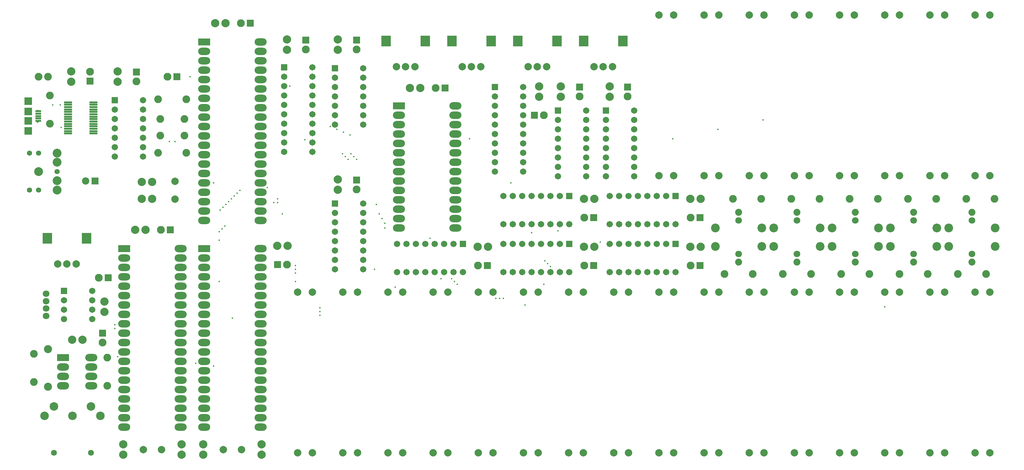
<source format=gts>
G04 Layer_Color=8388736*
%FSAX24Y24*%
%MOIN*%
G70*
G01*
G75*
%ADD16C,0.0787*%
%ADD17R,0.1024X0.1181*%
%ADD19C,0.0860*%
%ADD29C,0.0740*%
%ADD32C,0.0780*%
%ADD49O,0.0907X0.0218*%
%ADD50R,0.0640X0.0220*%
%ADD51R,0.0830X0.0790*%
%ADD52R,0.0830X0.0830*%
%ADD53C,0.0552*%
%ADD54C,0.0940*%
%ADD55R,0.0780X0.0780*%
%ADD56C,0.0830*%
%ADD57R,0.0780X0.0780*%
%ADD58C,0.0671*%
%ADD59R,0.0671X0.0671*%
%ADD60C,0.0880*%
%ADD61R,0.1280X0.0780*%
%ADD62O,0.1280X0.0780*%
%ADD63C,0.0820*%
%ADD64R,0.0671X0.0671*%
%ADD65C,0.0710*%
%ADD66C,0.0631*%
%ADD67C,0.0907*%
%ADD68C,0.0930*%
%ADD69C,0.0710*%
%ADD70C,0.0170*%
%ADD71C,0.0230*%
G36*
X228604Y112096D02*
X228662Y112039D01*
X228694Y111965D01*
X228695Y111924D01*
X228696Y111882D01*
X228665Y111804D01*
X228607Y111743D01*
X228530Y111710D01*
X228488Y111709D01*
X228448Y111708D01*
X228372Y111737D01*
X228314Y111793D01*
X228281Y111868D01*
X228280Y111908D01*
X228279Y111950D01*
X228310Y112029D01*
X228368Y112090D01*
X228446Y112124D01*
X228488Y112125D01*
X228529Y112126D01*
X228604Y112096D01*
D02*
G37*
G36*
X222404D02*
X222462Y112039D01*
X222494Y111965D01*
X222495Y111924D01*
X222496Y111882D01*
X222465Y111804D01*
X222407Y111743D01*
X222330Y111710D01*
X222288Y111709D01*
X222248Y111708D01*
X222172Y111737D01*
X222114Y111793D01*
X222081Y111868D01*
X222080Y111908D01*
X222079Y111950D01*
X222110Y112029D01*
X222168Y112090D01*
X222246Y112124D01*
X222288Y112125D01*
X222329Y112126D01*
X222404Y112096D01*
D02*
G37*
G36*
X157132Y112177D02*
X157197Y112149D01*
X157246Y112099D01*
X157272Y112033D01*
X157271Y111998D01*
X157271Y111964D01*
X157244Y111901D01*
X157195Y111852D01*
X157131Y111827D01*
X157097Y111827D01*
X157063Y111826D01*
X157000Y111851D01*
X156950Y111898D01*
X156923Y111960D01*
X156922Y111994D01*
X156922Y111994D01*
X156921Y112030D01*
X156947Y112096D01*
X156996Y112148D01*
X157061Y112177D01*
X157097Y112178D01*
X157132Y112177D01*
D02*
G37*
G36*
X178498Y112049D02*
X178548Y112002D01*
X178575Y111940D01*
X178576Y111906D01*
X178577Y111870D01*
X178551Y111804D01*
X178502Y111752D01*
X178437Y111723D01*
X178401Y111722D01*
X178366Y111723D01*
X178301Y111751D01*
X178252Y111801D01*
X178226Y111867D01*
X178227Y111902D01*
X178227Y111936D01*
X178254Y111999D01*
X178303Y112048D01*
X178367Y112073D01*
X178401Y112073D01*
X178435Y112074D01*
X178498Y112049D01*
D02*
G37*
G36*
X158234Y112177D02*
X158299Y112149D01*
X158348Y112099D01*
X158374Y112033D01*
X158373Y111998D01*
X158373Y111964D01*
X158346Y111901D01*
X158297Y111852D01*
X158233Y111827D01*
X158199Y111827D01*
X158165Y111826D01*
X158102Y111851D01*
X158052Y111898D01*
X158025Y111960D01*
X158024Y111994D01*
X158024Y111994D01*
X158023Y112030D01*
X158049Y112096D01*
X158098Y112148D01*
X158163Y112177D01*
X158199Y112178D01*
X158234Y112177D01*
D02*
G37*
G36*
X233529Y112094D02*
X233587Y112037D01*
X233619Y111963D01*
X233620Y111922D01*
X233621Y111880D01*
X233590Y111802D01*
X233532Y111741D01*
X233455Y111708D01*
X233413Y111707D01*
X233373Y111706D01*
X233297Y111735D01*
X233239Y111791D01*
X233206Y111866D01*
X233205Y111906D01*
X233204Y111948D01*
X233235Y112027D01*
X233293Y112088D01*
X233371Y112122D01*
X233413Y112123D01*
X233454Y112124D01*
X233529Y112094D01*
D02*
G37*
G36*
X227329D02*
X227387Y112037D01*
X227419Y111963D01*
X227420Y111922D01*
X227421Y111880D01*
X227390Y111802D01*
X227332Y111741D01*
X227255Y111708D01*
X227213Y111707D01*
X227173Y111706D01*
X227097Y111735D01*
X227039Y111791D01*
X227006Y111866D01*
X227005Y111906D01*
X227004Y111948D01*
X227035Y112027D01*
X227093Y112088D01*
X227171Y112122D01*
X227213Y112123D01*
X227254Y112124D01*
X227329Y112094D01*
D02*
G37*
G36*
X203804Y112096D02*
X203862Y112039D01*
X203894Y111965D01*
X203895Y111924D01*
X203896Y111882D01*
X203865Y111804D01*
X203807Y111743D01*
X203730Y111710D01*
X203688Y111709D01*
X203648Y111708D01*
X203572Y111737D01*
X203514Y111793D01*
X203481Y111868D01*
X203480Y111908D01*
X203479Y111950D01*
X203510Y112029D01*
X203568Y112090D01*
X203646Y112124D01*
X203688Y112125D01*
X203729Y112126D01*
X203804Y112096D01*
D02*
G37*
G36*
X216204D02*
X216262Y112039D01*
X216294Y111965D01*
X216295Y111924D01*
X216296Y111882D01*
X216265Y111804D01*
X216207Y111743D01*
X216130Y111710D01*
X216088Y111709D01*
X216048Y111708D01*
X215972Y111737D01*
X215914Y111793D01*
X215881Y111868D01*
X215880Y111908D01*
X215879Y111950D01*
X215910Y112029D01*
X215968Y112090D01*
X216046Y112124D01*
X216088Y112125D01*
X216129Y112126D01*
X216204Y112096D01*
D02*
G37*
G36*
X210004D02*
X210062Y112039D01*
X210094Y111965D01*
X210095Y111924D01*
X210096Y111882D01*
X210065Y111804D01*
X210007Y111743D01*
X209930Y111710D01*
X209888Y111709D01*
X209848Y111708D01*
X209772Y111737D01*
X209714Y111793D01*
X209681Y111868D01*
X209680Y111908D01*
X209679Y111950D01*
X209710Y112029D01*
X209768Y112090D01*
X209846Y112124D01*
X209888Y112125D01*
X209929Y112126D01*
X210004Y112096D01*
D02*
G37*
G36*
X210005Y114061D02*
X210063Y114004D01*
X210095Y113930D01*
X210096Y113889D01*
X210097Y113847D01*
X210066Y113769D01*
X210008Y113708D01*
X209931Y113675D01*
X209889Y113674D01*
X209849Y113673D01*
X209773Y113702D01*
X209715Y113758D01*
X209682Y113833D01*
X209681Y113873D01*
X209680Y113915D01*
X209711Y113994D01*
X209769Y114055D01*
X209847Y114089D01*
X209889Y114090D01*
X209930Y114091D01*
X210005Y114061D01*
D02*
G37*
G36*
X203805D02*
X203863Y114004D01*
X203895Y113930D01*
X203896Y113889D01*
X203897Y113847D01*
X203866Y113769D01*
X203808Y113708D01*
X203731Y113675D01*
X203689Y113674D01*
X203649Y113673D01*
X203573Y113702D01*
X203515Y113758D01*
X203482Y113833D01*
X203481Y113873D01*
X203480Y113915D01*
X203511Y113994D01*
X203569Y114055D01*
X203647Y114089D01*
X203689Y114090D01*
X203730Y114091D01*
X203805Y114061D01*
D02*
G37*
G36*
X216205D02*
X216263Y114004D01*
X216295Y113930D01*
X216296Y113889D01*
X216297Y113847D01*
X216266Y113769D01*
X216208Y113708D01*
X216131Y113675D01*
X216089Y113674D01*
X216049Y113673D01*
X215973Y113702D01*
X215915Y113758D01*
X215882Y113833D01*
X215881Y113873D01*
X215880Y113915D01*
X215911Y113994D01*
X215969Y114055D01*
X216047Y114089D01*
X216089Y114090D01*
X216130Y114091D01*
X216205Y114061D01*
D02*
G37*
G36*
X228605D02*
X228663Y114004D01*
X228695Y113930D01*
X228696Y113889D01*
X228697Y113847D01*
X228666Y113769D01*
X228608Y113708D01*
X228531Y113675D01*
X228489Y113674D01*
X228449Y113673D01*
X228373Y113702D01*
X228315Y113758D01*
X228282Y113833D01*
X228281Y113873D01*
X228280Y113915D01*
X228311Y113994D01*
X228369Y114055D01*
X228447Y114089D01*
X228489Y114090D01*
X228530Y114091D01*
X228605Y114061D01*
D02*
G37*
G36*
X222405D02*
X222463Y114004D01*
X222495Y113930D01*
X222496Y113889D01*
X222497Y113847D01*
X222466Y113769D01*
X222408Y113708D01*
X222331Y113675D01*
X222289Y113674D01*
X222249Y113673D01*
X222173Y113702D01*
X222115Y113758D01*
X222082Y113833D01*
X222081Y113873D01*
X222080Y113915D01*
X222111Y113994D01*
X222169Y114055D01*
X222247Y114089D01*
X222289Y114090D01*
X222330Y114091D01*
X222405Y114061D01*
D02*
G37*
G36*
X189798Y112049D02*
X189848Y112002D01*
X189875Y111940D01*
X189876Y111906D01*
X189877Y111870D01*
X189851Y111804D01*
X189802Y111752D01*
X189737Y111723D01*
X189701Y111722D01*
X189666Y111723D01*
X189601Y111751D01*
X189552Y111801D01*
X189526Y111867D01*
X189527Y111902D01*
X189527Y111936D01*
X189554Y111999D01*
X189603Y112048D01*
X189667Y112073D01*
X189701Y112073D01*
X189735Y112074D01*
X189798Y112049D01*
D02*
G37*
G36*
X179600D02*
X179650Y112002D01*
X179677Y111940D01*
X179678Y111906D01*
X179679Y111870D01*
X179653Y111804D01*
X179604Y111752D01*
X179539Y111723D01*
X179503Y111722D01*
X179468Y111723D01*
X179403Y111751D01*
X179354Y111801D01*
X179328Y111867D01*
X179329Y111902D01*
X179329Y111936D01*
X179356Y111999D01*
X179405Y112048D01*
X179469Y112073D01*
X179503Y112073D01*
X179537Y112074D01*
X179600Y112049D01*
D02*
G37*
G36*
X190900D02*
X190950Y112002D01*
X190977Y111940D01*
X190978Y111906D01*
X190979Y111870D01*
X190953Y111804D01*
X190904Y111752D01*
X190839Y111723D01*
X190803Y111722D01*
X190768Y111723D01*
X190703Y111751D01*
X190654Y111801D01*
X190628Y111867D01*
X190629Y111902D01*
X190629Y111936D01*
X190656Y111999D01*
X190705Y112048D01*
X190769Y112073D01*
X190803Y112073D01*
X190837Y112074D01*
X190900Y112049D01*
D02*
G37*
G36*
X202200D02*
X202250Y112002D01*
X202277Y111940D01*
X202278Y111906D01*
X202279Y111870D01*
X202253Y111804D01*
X202204Y111752D01*
X202139Y111723D01*
X202103Y111722D01*
X202068Y111723D01*
X202003Y111751D01*
X201954Y111801D01*
X201928Y111867D01*
X201929Y111902D01*
X201929Y111936D01*
X201956Y111999D01*
X202005Y112048D01*
X202069Y112073D01*
X202103Y112073D01*
X202137Y112074D01*
X202200Y112049D01*
D02*
G37*
G36*
X201098D02*
X201148Y112002D01*
X201175Y111940D01*
X201176Y111906D01*
X201177Y111870D01*
X201151Y111804D01*
X201102Y111752D01*
X201037Y111723D01*
X201001Y111722D01*
X200966Y111723D01*
X200901Y111751D01*
X200852Y111801D01*
X200826Y111867D01*
X200827Y111902D01*
X200827Y111936D01*
X200854Y111999D01*
X200903Y112048D01*
X200967Y112073D01*
X201001Y112073D01*
X201035Y112074D01*
X201098Y112049D01*
D02*
G37*
G36*
X149252Y091023D02*
X149252D01*
X149286Y091023D01*
X149349Y090996D01*
X149398Y090947D01*
X149423Y090883D01*
X149423Y090849D01*
X149424Y090815D01*
X149399Y090752D01*
X149352Y090702D01*
X149290Y090675D01*
X149256Y090674D01*
X149220Y090673D01*
X149154Y090699D01*
X149102Y090748D01*
X149073Y090813D01*
X149072Y090849D01*
X149073Y090884D01*
X149101Y090949D01*
X149151Y090998D01*
X149217Y091024D01*
X149252Y091023D01*
D02*
G37*
G36*
X146952D02*
X146952D01*
X146986Y091023D01*
X147049Y090996D01*
X147098Y090947D01*
X147123Y090883D01*
X147123Y090849D01*
X147124Y090815D01*
X147099Y090752D01*
X147052Y090702D01*
X146990Y090675D01*
X146956Y090674D01*
X146920Y090673D01*
X146854Y090699D01*
X146802Y090748D01*
X146773Y090813D01*
X146772Y090849D01*
X146773Y090884D01*
X146801Y090949D01*
X146851Y090998D01*
X146917Y091024D01*
X146952Y091023D01*
D02*
G37*
G36*
X155452D02*
X155452D01*
X155486Y091023D01*
X155549Y090996D01*
X155598Y090947D01*
X155623Y090883D01*
X155623Y090849D01*
X155624Y090815D01*
X155599Y090752D01*
X155552Y090702D01*
X155490Y090675D01*
X155456Y090674D01*
X155420Y090673D01*
X155354Y090699D01*
X155302Y090748D01*
X155273Y090813D01*
X155272Y090849D01*
X155273Y090884D01*
X155301Y090949D01*
X155351Y090998D01*
X155417Y091024D01*
X155452Y091023D01*
D02*
G37*
G36*
X136500Y102149D02*
X136550Y102102D01*
X136577Y102040D01*
X136578Y102006D01*
X136579Y101970D01*
X136553Y101904D01*
X136504Y101852D01*
X136439Y101823D01*
X136403Y101822D01*
X136368Y101823D01*
X136303Y101851D01*
X136254Y101901D01*
X136228Y101967D01*
X136229Y102002D01*
X136229Y102036D01*
X136256Y102099D01*
X136305Y102148D01*
X136369Y102173D01*
X136403Y102173D01*
X136437Y102174D01*
X136500Y102149D01*
D02*
G37*
G36*
X135398D02*
X135448Y102102D01*
X135475Y102040D01*
X135476Y102006D01*
X135477Y101970D01*
X135451Y101904D01*
X135402Y101852D01*
X135337Y101823D01*
X135301Y101822D01*
X135266Y101823D01*
X135201Y101851D01*
X135152Y101901D01*
X135126Y101967D01*
X135127Y102002D01*
X135127Y102036D01*
X135154Y102099D01*
X135203Y102148D01*
X135267Y102173D01*
X135301Y102173D01*
X135335Y102174D01*
X135398Y102149D01*
D02*
G37*
G36*
X146952Y089921D02*
X146952D01*
X146986Y089921D01*
X147049Y089894D01*
X147098Y089845D01*
X147123Y089781D01*
X147123Y089747D01*
X147124Y089713D01*
X147099Y089650D01*
X147052Y089600D01*
X146990Y089573D01*
X146956Y089572D01*
X146920Y089571D01*
X146854Y089597D01*
X146802Y089646D01*
X146773Y089711D01*
X146772Y089747D01*
X146773Y089782D01*
X146801Y089847D01*
X146851Y089896D01*
X146917Y089922D01*
X146952Y089921D01*
D02*
G37*
G36*
X140752D02*
X140752D01*
X140786Y089921D01*
X140849Y089894D01*
X140898Y089845D01*
X140923Y089781D01*
X140923Y089747D01*
X140924Y089713D01*
X140899Y089650D01*
X140852Y089600D01*
X140790Y089573D01*
X140756Y089572D01*
X140720Y089571D01*
X140654Y089597D01*
X140602Y089646D01*
X140573Y089711D01*
X140572Y089747D01*
X140573Y089782D01*
X140601Y089847D01*
X140651Y089896D01*
X140717Y089922D01*
X140752Y089921D01*
D02*
G37*
G36*
X149252D02*
X149252D01*
X149286Y089921D01*
X149349Y089894D01*
X149398Y089845D01*
X149423Y089781D01*
X149423Y089747D01*
X149424Y089713D01*
X149399Y089650D01*
X149352Y089600D01*
X149290Y089573D01*
X149256Y089572D01*
X149220Y089571D01*
X149154Y089597D01*
X149102Y089646D01*
X149073Y089711D01*
X149072Y089747D01*
X149073Y089782D01*
X149101Y089847D01*
X149151Y089896D01*
X149217Y089922D01*
X149252Y089921D01*
D02*
G37*
G36*
X140752Y091023D02*
X140752D01*
X140786Y091023D01*
X140849Y090996D01*
X140898Y090947D01*
X140923Y090883D01*
X140923Y090849D01*
X140924Y090815D01*
X140899Y090752D01*
X140852Y090702D01*
X140790Y090675D01*
X140756Y090674D01*
X140720Y090673D01*
X140654Y090699D01*
X140602Y090748D01*
X140573Y090813D01*
X140572Y090849D01*
X140573Y090884D01*
X140601Y090949D01*
X140651Y090998D01*
X140717Y091024D01*
X140752Y091023D01*
D02*
G37*
G36*
X155452Y089921D02*
X155452D01*
X155486Y089921D01*
X155549Y089894D01*
X155598Y089845D01*
X155623Y089781D01*
X155623Y089747D01*
X155624Y089713D01*
X155599Y089650D01*
X155552Y089600D01*
X155490Y089573D01*
X155456Y089572D01*
X155420Y089571D01*
X155354Y089597D01*
X155302Y089646D01*
X155273Y089711D01*
X155272Y089747D01*
X155273Y089782D01*
X155301Y089847D01*
X155351Y089896D01*
X155417Y089922D01*
X155452Y089921D01*
D02*
G37*
G36*
X231024Y110353D02*
X231060Y110317D01*
X231080Y110269D01*
Y110243D01*
Y110217D01*
X231060Y110169D01*
X231024Y110133D01*
X230976Y110113D01*
X230950D01*
Y110113D01*
X230925Y110112D01*
X230878Y110129D01*
X230842Y110163D01*
X230821Y110208D01*
X230820Y110233D01*
X230819Y110260D01*
X230838Y110310D01*
X230874Y110350D01*
X230923Y110372D01*
X230950Y110373D01*
X230976D01*
X231024Y110353D01*
D02*
G37*
G36*
X224824D02*
X224860Y110317D01*
X224880Y110269D01*
Y110243D01*
Y110217D01*
X224860Y110169D01*
X224824Y110133D01*
X224776Y110113D01*
X224750D01*
Y110113D01*
X224725Y110112D01*
X224678Y110129D01*
X224642Y110163D01*
X224621Y110208D01*
X224620Y110233D01*
X224619Y110260D01*
X224638Y110310D01*
X224674Y110350D01*
X224723Y110372D01*
X224750Y110373D01*
X224776D01*
X224824Y110353D01*
D02*
G37*
G36*
X208729Y112094D02*
X208787Y112037D01*
X208819Y111963D01*
X208820Y111922D01*
X208821Y111880D01*
X208790Y111802D01*
X208732Y111741D01*
X208655Y111708D01*
X208613Y111707D01*
X208573Y111706D01*
X208497Y111735D01*
X208439Y111791D01*
X208406Y111866D01*
X208405Y111906D01*
X208404Y111948D01*
X208435Y112027D01*
X208493Y112088D01*
X208571Y112122D01*
X208613Y112123D01*
X208654Y112124D01*
X208729Y112094D01*
D02*
G37*
G36*
X221129D02*
X221187Y112037D01*
X221219Y111963D01*
X221220Y111922D01*
X221221Y111880D01*
X221190Y111802D01*
X221132Y111741D01*
X221055Y111708D01*
X221013Y111707D01*
X220973Y111706D01*
X220897Y111735D01*
X220839Y111791D01*
X220806Y111866D01*
X220805Y111906D01*
X220804Y111948D01*
X220835Y112027D01*
X220893Y112088D01*
X220971Y112122D01*
X221013Y112123D01*
X221054Y112124D01*
X221129Y112094D01*
D02*
G37*
G36*
X214929D02*
X214987Y112037D01*
X215019Y111963D01*
X215020Y111922D01*
X215021Y111880D01*
X214990Y111802D01*
X214932Y111741D01*
X214855Y111708D01*
X214813Y111707D01*
X214773Y111706D01*
X214697Y111735D01*
X214639Y111791D01*
X214606Y111866D01*
X214605Y111906D01*
X214604Y111948D01*
X214635Y112027D01*
X214693Y112088D01*
X214771Y112122D01*
X214813Y112123D01*
X214854Y112124D01*
X214929Y112094D01*
D02*
G37*
G36*
X138846Y106203D02*
X138898Y106154D01*
X138927Y106089D01*
X138928Y106053D01*
X138927Y106018D01*
X138899Y105953D01*
X138849Y105904D01*
X138783Y105878D01*
X138748Y105879D01*
X138714Y105879D01*
X138651Y105906D01*
X138602Y105955D01*
X138577Y106019D01*
X138577Y106053D01*
X138576Y106087D01*
X138601Y106150D01*
X138648Y106200D01*
X138710Y106227D01*
X138744Y106228D01*
X138780Y106229D01*
X138846Y106203D01*
D02*
G37*
G36*
Y105101D02*
X138898Y105052D01*
X138927Y104987D01*
X138928Y104951D01*
X138927Y104916D01*
X138899Y104851D01*
X138849Y104802D01*
X138783Y104776D01*
X138748Y104777D01*
X138714Y104777D01*
X138651Y104804D01*
X138602Y104853D01*
X138577Y104917D01*
X138577Y104951D01*
X138576Y104985D01*
X138601Y105048D01*
X138648Y105098D01*
X138710Y105125D01*
X138744Y105126D01*
X138780Y105127D01*
X138846Y105101D01*
D02*
G37*
G36*
X206224Y110353D02*
X206260Y110317D01*
X206280Y110269D01*
Y110243D01*
Y110217D01*
X206260Y110169D01*
X206224Y110133D01*
X206176Y110113D01*
X206150D01*
Y110113D01*
X206125Y110112D01*
X206078Y110129D01*
X206042Y110163D01*
X206021Y110208D01*
X206020Y110233D01*
X206019Y110260D01*
X206038Y110310D01*
X206074Y110350D01*
X206123Y110372D01*
X206150Y110373D01*
X206176D01*
X206224Y110353D01*
D02*
G37*
G36*
X218624D02*
X218660Y110317D01*
X218680Y110269D01*
Y110243D01*
Y110217D01*
X218660Y110169D01*
X218624Y110133D01*
X218576Y110113D01*
X218550D01*
Y110113D01*
X218525Y110112D01*
X218478Y110129D01*
X218442Y110163D01*
X218421Y110208D01*
X218420Y110233D01*
X218419Y110260D01*
X218438Y110310D01*
X218474Y110350D01*
X218523Y110372D01*
X218550Y110373D01*
X218576D01*
X218624Y110353D01*
D02*
G37*
G36*
X212424D02*
X212460Y110317D01*
X212480Y110269D01*
Y110243D01*
Y110217D01*
X212460Y110169D01*
X212424Y110133D01*
X212376Y110113D01*
X212350D01*
Y110113D01*
X212325Y110112D01*
X212278Y110129D01*
X212242Y110163D01*
X212221Y110208D01*
X212220Y110233D01*
X212219Y110260D01*
X212238Y110310D01*
X212274Y110350D01*
X212323Y110372D01*
X212350Y110373D01*
X212376D01*
X212424Y110353D01*
D02*
G37*
G36*
X187346Y129103D02*
X187398Y129054D01*
X187427Y128989D01*
X187428Y128953D01*
X187427Y128918D01*
X187399Y128853D01*
X187349Y128804D01*
X187283Y128778D01*
X187248Y128779D01*
X187214Y128779D01*
X187151Y128806D01*
X187102Y128855D01*
X187077Y128919D01*
X187077Y128953D01*
X187076Y128987D01*
X187101Y129050D01*
X187148Y129100D01*
X187210Y129127D01*
X187244Y129128D01*
X187280Y129129D01*
X187346Y129103D01*
D02*
G37*
G36*
X185046D02*
X185098Y129054D01*
X185127Y128989D01*
X185128Y128953D01*
X185127Y128918D01*
X185099Y128853D01*
X185049Y128804D01*
X184983Y128778D01*
X184948Y128779D01*
X184914Y128779D01*
X184851Y128806D01*
X184802Y128855D01*
X184777Y128919D01*
X184777Y128953D01*
X184776Y128987D01*
X184801Y129050D01*
X184848Y129100D01*
X184910Y129127D01*
X184944Y129128D01*
X184980Y129129D01*
X185046Y129103D01*
D02*
G37*
G36*
X192546D02*
X192598Y129054D01*
X192627Y128989D01*
X192628Y128953D01*
X192627Y128918D01*
X192599Y128853D01*
X192549Y128804D01*
X192483Y128778D01*
X192448Y128779D01*
X192414Y128779D01*
X192351Y128806D01*
X192302Y128855D01*
X192277Y128919D01*
X192277Y128953D01*
X192276Y128987D01*
X192301Y129050D01*
X192348Y129100D01*
X192410Y129127D01*
X192444Y129128D01*
X192480Y129129D01*
X192546Y129103D01*
D02*
G37*
G36*
X172400Y128949D02*
X172450Y128902D01*
X172477Y128840D01*
X172478Y128806D01*
X172479Y128770D01*
X172453Y128704D01*
X172404Y128652D01*
X172339Y128623D01*
X172303Y128622D01*
X172268Y128623D01*
X172203Y128651D01*
X172154Y128701D01*
X172128Y128767D01*
X172129Y128802D01*
X172129Y128836D01*
X172156Y128899D01*
X172205Y128948D01*
X172269Y128973D01*
X172303Y128973D01*
X172337Y128974D01*
X172400Y128949D01*
D02*
G37*
G36*
X171298D02*
X171348Y128902D01*
X171375Y128840D01*
X171376Y128806D01*
X171377Y128770D01*
X171351Y128704D01*
X171302Y128652D01*
X171237Y128623D01*
X171201Y128622D01*
X171166Y128623D01*
X171101Y128651D01*
X171052Y128701D01*
X171026Y128767D01*
X171027Y128802D01*
X171027Y128836D01*
X171054Y128899D01*
X171103Y128948D01*
X171167Y128973D01*
X171201Y128973D01*
X171235Y128974D01*
X171298Y128949D01*
D02*
G37*
G36*
X143900Y118949D02*
X143950Y118902D01*
X143977Y118840D01*
X143978Y118806D01*
X143979Y118770D01*
X143953Y118704D01*
X143904Y118652D01*
X143839Y118623D01*
X143803Y118622D01*
X143768Y118623D01*
X143703Y118651D01*
X143654Y118701D01*
X143628Y118767D01*
X143629Y118802D01*
X143629Y118836D01*
X143656Y118899D01*
X143705Y118948D01*
X143769Y118973D01*
X143803Y118973D01*
X143837Y118974D01*
X143900Y118949D01*
D02*
G37*
G36*
X142798D02*
X142848Y118902D01*
X142875Y118840D01*
X142876Y118806D01*
X142877Y118770D01*
X142851Y118704D01*
X142802Y118652D01*
X142737Y118623D01*
X142701Y118622D01*
X142666Y118623D01*
X142601Y118651D01*
X142552Y118701D01*
X142526Y118767D01*
X142527Y118802D01*
X142527Y118836D01*
X142554Y118899D01*
X142603Y118948D01*
X142667Y118973D01*
X142701Y118973D01*
X142735Y118974D01*
X142798Y118949D01*
D02*
G37*
G36*
X185046Y128001D02*
X185098Y127952D01*
X185127Y127887D01*
X185128Y127851D01*
X185127Y127816D01*
X185099Y127751D01*
X185049Y127702D01*
X184983Y127676D01*
X184948Y127677D01*
X184914Y127677D01*
X184851Y127704D01*
X184802Y127753D01*
X184777Y127817D01*
X184777Y127851D01*
X184776Y127885D01*
X184801Y127948D01*
X184848Y127998D01*
X184910Y128025D01*
X184944Y128026D01*
X184980Y128027D01*
X185046Y128001D01*
D02*
G37*
G36*
X192546D02*
X192598Y127952D01*
X192627Y127887D01*
X192628Y127851D01*
X192627Y127816D01*
X192599Y127751D01*
X192549Y127702D01*
X192483Y127676D01*
X192448Y127677D01*
X192414Y127677D01*
X192351Y127704D01*
X192302Y127753D01*
X192277Y127817D01*
X192277Y127851D01*
X192276Y127885D01*
X192301Y127948D01*
X192348Y127998D01*
X192410Y128025D01*
X192444Y128026D01*
X192480Y128027D01*
X192546Y128001D01*
D02*
G37*
G36*
X187346D02*
X187398Y127952D01*
X187427Y127887D01*
X187428Y127851D01*
X187427Y127816D01*
X187399Y127751D01*
X187349Y127702D01*
X187283Y127676D01*
X187248Y127677D01*
X187214Y127677D01*
X187151Y127704D01*
X187102Y127753D01*
X187077Y127817D01*
X187077Y127851D01*
X187076Y127885D01*
X187101Y127948D01*
X187148Y127998D01*
X187210Y128025D01*
X187244Y128026D01*
X187280Y128027D01*
X187346Y128001D01*
D02*
G37*
G36*
X158246Y134103D02*
X158298Y134054D01*
X158327Y133989D01*
X158328Y133953D01*
X158327Y133918D01*
X158299Y133853D01*
X158249Y133804D01*
X158183Y133778D01*
X158148Y133779D01*
X158114Y133779D01*
X158051Y133806D01*
X158002Y133855D01*
X157977Y133919D01*
X157977Y133953D01*
X157976Y133987D01*
X158001Y134050D01*
X158048Y134100D01*
X158110Y134127D01*
X158144Y134128D01*
X158180Y134129D01*
X158246Y134103D01*
D02*
G37*
G36*
X163646Y133001D02*
X163698Y132952D01*
X163727Y132887D01*
X163728Y132851D01*
X163727Y132816D01*
X163699Y132751D01*
X163649Y132702D01*
X163583Y132676D01*
X163548Y132677D01*
X163514Y132677D01*
X163451Y132704D01*
X163402Y132753D01*
X163377Y132817D01*
X163377Y132851D01*
X163376Y132885D01*
X163401Y132948D01*
X163448Y132998D01*
X163510Y133025D01*
X163544Y133026D01*
X163580Y133027D01*
X163646Y133001D01*
D02*
G37*
G36*
Y134103D02*
X163698Y134054D01*
X163727Y133989D01*
X163728Y133953D01*
X163727Y133918D01*
X163699Y133853D01*
X163649Y133804D01*
X163583Y133778D01*
X163548Y133779D01*
X163514Y133779D01*
X163451Y133806D01*
X163402Y133855D01*
X163377Y133919D01*
X163377Y133953D01*
X163376Y133987D01*
X163401Y134050D01*
X163448Y134100D01*
X163510Y134127D01*
X163544Y134128D01*
X163580Y134129D01*
X163646Y134103D01*
D02*
G37*
G36*
X151700Y135849D02*
X151750Y135802D01*
X151777Y135740D01*
X151778Y135706D01*
X151779Y135670D01*
X151753Y135604D01*
X151704Y135552D01*
X151639Y135523D01*
X151603Y135522D01*
X151568Y135523D01*
X151503Y135551D01*
X151454Y135601D01*
X151428Y135667D01*
X151429Y135702D01*
X151429Y135736D01*
X151456Y135799D01*
X151505Y135848D01*
X151569Y135873D01*
X151603Y135873D01*
X151637Y135874D01*
X151700Y135849D01*
D02*
G37*
G36*
X150598D02*
X150648Y135802D01*
X150675Y135740D01*
X150676Y135706D01*
X150677Y135670D01*
X150651Y135604D01*
X150602Y135552D01*
X150537Y135523D01*
X150501Y135522D01*
X150466Y135523D01*
X150401Y135551D01*
X150352Y135601D01*
X150326Y135667D01*
X150327Y135702D01*
X150327Y135736D01*
X150354Y135799D01*
X150403Y135848D01*
X150467Y135873D01*
X150501Y135873D01*
X150535Y135874D01*
X150598Y135849D01*
D02*
G37*
G36*
X140246Y129601D02*
X140298Y129552D01*
X140327Y129487D01*
X140328Y129451D01*
X140327Y129416D01*
X140299Y129351D01*
X140249Y129302D01*
X140183Y129276D01*
X140148Y129277D01*
X140114Y129277D01*
X140051Y129304D01*
X140002Y129353D01*
X139977Y129417D01*
X139977Y129451D01*
X139976Y129485D01*
X140001Y129548D01*
X140048Y129598D01*
X140110Y129625D01*
X140144Y129626D01*
X140180Y129627D01*
X140246Y129601D01*
D02*
G37*
G36*
X135224Y129624D02*
X135224D01*
X135259Y129624D01*
X135322Y129597D01*
X135370Y129548D01*
X135396Y129484D01*
X135395Y129450D01*
X135396Y129416D01*
X135372Y129353D01*
X135325Y129303D01*
X135262Y129276D01*
X135228Y129275D01*
X135193Y129274D01*
X135126Y129300D01*
X135074Y129349D01*
X135045Y129414D01*
X135044Y129450D01*
X135045Y129485D01*
X135073Y129550D01*
X135124Y129599D01*
X135189Y129625D01*
X135224Y129624D01*
D02*
G37*
G36*
Y130726D02*
X135224D01*
X135259Y130726D01*
X135322Y130699D01*
X135370Y130650D01*
X135396Y130586D01*
X135395Y130552D01*
X135396Y130518D01*
X135372Y130455D01*
X135325Y130405D01*
X135262Y130378D01*
X135228Y130377D01*
X135193Y130376D01*
X135126Y130402D01*
X135074Y130451D01*
X135045Y130516D01*
X135044Y130552D01*
X135045Y130587D01*
X135073Y130652D01*
X135124Y130701D01*
X135189Y130727D01*
X135224Y130726D01*
D02*
G37*
G36*
X158246Y133001D02*
X158298Y132952D01*
X158327Y132887D01*
X158328Y132851D01*
X158327Y132816D01*
X158299Y132751D01*
X158249Y132702D01*
X158183Y132676D01*
X158148Y132677D01*
X158114Y132677D01*
X158051Y132704D01*
X158002Y132753D01*
X157977Y132817D01*
X157977Y132851D01*
X157976Y132885D01*
X158001Y132948D01*
X158048Y132998D01*
X158110Y133025D01*
X158144Y133026D01*
X158180Y133027D01*
X158246Y133001D01*
D02*
G37*
G36*
X140246Y130703D02*
X140298Y130654D01*
X140327Y130589D01*
X140328Y130553D01*
X140327Y130518D01*
X140299Y130453D01*
X140249Y130404D01*
X140183Y130378D01*
X140148Y130379D01*
X140114Y130379D01*
X140051Y130406D01*
X140002Y130455D01*
X139977Y130519D01*
X139977Y130553D01*
X139976Y130587D01*
X140001Y130650D01*
X140048Y130700D01*
X140110Y130727D01*
X140144Y130728D01*
X140180Y130729D01*
X140246Y130703D01*
D02*
G37*
G36*
X143200Y113849D02*
X143250Y113802D01*
X143277Y113740D01*
X143278Y113706D01*
X143279Y113670D01*
X143253Y113604D01*
X143204Y113552D01*
X143139Y113523D01*
X143103Y113522D01*
X143068Y113523D01*
X143003Y113551D01*
X142954Y113601D01*
X142928Y113667D01*
X142929Y113702D01*
X142929Y113736D01*
X142956Y113799D01*
X143005Y113848D01*
X143069Y113873D01*
X143103Y113873D01*
X143137Y113874D01*
X143200Y113849D01*
D02*
G37*
G36*
X142098D02*
X142148Y113802D01*
X142175Y113740D01*
X142176Y113706D01*
X142177Y113670D01*
X142151Y113604D01*
X142102Y113552D01*
X142037Y113523D01*
X142001Y113522D01*
X141966Y113523D01*
X141901Y113551D01*
X141852Y113601D01*
X141826Y113667D01*
X141827Y113702D01*
X141827Y113736D01*
X141854Y113799D01*
X141903Y113848D01*
X141967Y113873D01*
X142001Y113873D01*
X142035Y113874D01*
X142098Y113849D01*
D02*
G37*
G36*
X206224Y115670D02*
X206260Y115634D01*
X206280Y115586D01*
Y115560D01*
Y115534D01*
X206260Y115486D01*
X206224Y115450D01*
X206176Y115430D01*
X206150D01*
Y115430D01*
X206125Y115429D01*
X206078Y115446D01*
X206042Y115480D01*
X206021Y115525D01*
X206020Y115550D01*
X206019Y115577D01*
X206038Y115627D01*
X206074Y115667D01*
X206123Y115689D01*
X206150Y115690D01*
X206176D01*
X206224Y115670D01*
D02*
G37*
G36*
X218624D02*
X218660Y115634D01*
X218680Y115586D01*
Y115560D01*
Y115534D01*
X218660Y115486D01*
X218624Y115450D01*
X218576Y115430D01*
X218550D01*
Y115430D01*
X218525Y115429D01*
X218478Y115446D01*
X218442Y115480D01*
X218421Y115525D01*
X218420Y115550D01*
X218419Y115577D01*
X218438Y115627D01*
X218474Y115667D01*
X218523Y115689D01*
X218550Y115690D01*
X218576D01*
X218624Y115670D01*
D02*
G37*
G36*
X212424D02*
X212460Y115634D01*
X212480Y115586D01*
Y115560D01*
Y115534D01*
X212460Y115486D01*
X212424Y115450D01*
X212376Y115430D01*
X212350D01*
Y115430D01*
X212325Y115429D01*
X212278Y115446D01*
X212242Y115480D01*
X212221Y115525D01*
X212220Y115550D01*
X212219Y115577D01*
X212238Y115627D01*
X212274Y115667D01*
X212323Y115689D01*
X212350Y115690D01*
X212376D01*
X212424Y115670D01*
D02*
G37*
G36*
X214927Y114062D02*
X214985Y114005D01*
X215017Y113931D01*
X215018Y113890D01*
X215019Y113848D01*
X214988Y113770D01*
X214930Y113709D01*
X214853Y113676D01*
X214811Y113675D01*
X214771Y113674D01*
X214695Y113703D01*
X214637Y113759D01*
X214604Y113834D01*
X214603Y113874D01*
X214602Y113916D01*
X214633Y113995D01*
X214691Y114056D01*
X214769Y114090D01*
X214811Y114091D01*
X214852Y114092D01*
X214927Y114062D01*
D02*
G37*
G36*
X208727D02*
X208785Y114005D01*
X208817Y113931D01*
X208818Y113890D01*
X208819Y113848D01*
X208788Y113770D01*
X208730Y113709D01*
X208653Y113676D01*
X208611Y113675D01*
X208571Y113674D01*
X208495Y113703D01*
X208437Y113759D01*
X208404Y113834D01*
X208403Y113874D01*
X208402Y113916D01*
X208433Y113995D01*
X208491Y114056D01*
X208569Y114090D01*
X208611Y114091D01*
X208652Y114092D01*
X208727Y114062D01*
D02*
G37*
G36*
X221127D02*
X221185Y114005D01*
X221217Y113931D01*
X221218Y113890D01*
X221219Y113848D01*
X221188Y113770D01*
X221130Y113709D01*
X221053Y113676D01*
X221011Y113675D01*
X220971Y113674D01*
X220895Y113703D01*
X220837Y113759D01*
X220804Y113834D01*
X220803Y113874D01*
X220802Y113916D01*
X220833Y113995D01*
X220891Y114056D01*
X220969Y114090D01*
X221011Y114091D01*
X221052Y114092D01*
X221127Y114062D01*
D02*
G37*
G36*
X233527D02*
X233585Y114005D01*
X233617Y113931D01*
X233618Y113890D01*
X233619Y113848D01*
X233588Y113770D01*
X233530Y113709D01*
X233453Y113676D01*
X233411Y113675D01*
X233371Y113674D01*
X233295Y113703D01*
X233237Y113759D01*
X233204Y113834D01*
X233203Y113874D01*
X233202Y113916D01*
X233233Y113995D01*
X233291Y114056D01*
X233369Y114090D01*
X233411Y114091D01*
X233452Y114092D01*
X233527Y114062D01*
D02*
G37*
G36*
X227327D02*
X227385Y114005D01*
X227417Y113931D01*
X227418Y113890D01*
X227419Y113848D01*
X227388Y113770D01*
X227330Y113709D01*
X227253Y113676D01*
X227211Y113675D01*
X227171Y113674D01*
X227095Y113703D01*
X227037Y113759D01*
X227004Y113834D01*
X227003Y113874D01*
X227002Y113916D01*
X227033Y113995D01*
X227091Y114056D01*
X227169Y114090D01*
X227211Y114091D01*
X227252Y114092D01*
X227327Y114062D01*
D02*
G37*
G36*
X201098Y117149D02*
X201148Y117102D01*
X201175Y117040D01*
X201176Y117006D01*
X201177Y116970D01*
X201151Y116904D01*
X201102Y116852D01*
X201037Y116823D01*
X201001Y116822D01*
X200966Y116823D01*
X200901Y116851D01*
X200852Y116901D01*
X200826Y116967D01*
X200827Y117002D01*
X200827Y117036D01*
X200854Y117099D01*
X200903Y117148D01*
X200967Y117173D01*
X201001Y117173D01*
X201035Y117174D01*
X201098Y117149D01*
D02*
G37*
G36*
X190900D02*
X190950Y117102D01*
X190977Y117040D01*
X190978Y117006D01*
X190979Y116970D01*
X190953Y116904D01*
X190904Y116852D01*
X190839Y116823D01*
X190803Y116822D01*
X190768Y116823D01*
X190703Y116851D01*
X190654Y116901D01*
X190628Y116967D01*
X190629Y117002D01*
X190629Y117036D01*
X190656Y117099D01*
X190705Y117148D01*
X190769Y117173D01*
X190803Y117173D01*
X190837Y117174D01*
X190900Y117149D01*
D02*
G37*
G36*
X202200D02*
X202250Y117102D01*
X202277Y117040D01*
X202278Y117006D01*
X202279Y116970D01*
X202253Y116904D01*
X202204Y116852D01*
X202139Y116823D01*
X202103Y116822D01*
X202068Y116823D01*
X202003Y116851D01*
X201954Y116901D01*
X201928Y116967D01*
X201929Y117002D01*
X201929Y117036D01*
X201956Y117099D01*
X202005Y117148D01*
X202069Y117173D01*
X202103Y117173D01*
X202137Y117174D01*
X202200Y117149D01*
D02*
G37*
G36*
X163646Y119203D02*
X163698Y119154D01*
X163727Y119089D01*
X163728Y119053D01*
X163727Y119018D01*
X163699Y118953D01*
X163649Y118904D01*
X163583Y118878D01*
X163548Y118879D01*
X163514Y118879D01*
X163451Y118906D01*
X163402Y118955D01*
X163377Y119019D01*
X163377Y119053D01*
X163376Y119087D01*
X163401Y119150D01*
X163448Y119200D01*
X163510Y119227D01*
X163544Y119228D01*
X163580Y119229D01*
X163646Y119203D01*
D02*
G37*
G36*
Y118101D02*
X163698Y118052D01*
X163727Y117987D01*
X163728Y117951D01*
X163727Y117916D01*
X163699Y117851D01*
X163649Y117802D01*
X163583Y117776D01*
X163548Y117777D01*
X163514Y117777D01*
X163451Y117804D01*
X163402Y117853D01*
X163377Y117917D01*
X163377Y117951D01*
X163376Y117985D01*
X163401Y118048D01*
X163448Y118098D01*
X163510Y118125D01*
X163544Y118126D01*
X163580Y118127D01*
X163646Y118101D01*
D02*
G37*
G36*
X231024Y115670D02*
X231060Y115634D01*
X231080Y115586D01*
Y115560D01*
Y115534D01*
X231060Y115486D01*
X231024Y115450D01*
X230976Y115430D01*
X230950D01*
Y115430D01*
X230925Y115429D01*
X230878Y115446D01*
X230842Y115480D01*
X230821Y115525D01*
X230820Y115550D01*
X230819Y115577D01*
X230838Y115627D01*
X230874Y115667D01*
X230923Y115689D01*
X230950Y115690D01*
X230976D01*
X231024Y115670D01*
D02*
G37*
G36*
X224824D02*
X224860Y115634D01*
X224880Y115586D01*
Y115560D01*
Y115534D01*
X224860Y115486D01*
X224824Y115450D01*
X224776Y115430D01*
X224750D01*
Y115430D01*
X224725Y115429D01*
X224678Y115446D01*
X224642Y115480D01*
X224621Y115525D01*
X224620Y115550D01*
X224619Y115577D01*
X224638Y115627D01*
X224674Y115667D01*
X224723Y115689D01*
X224750Y115690D01*
X224776D01*
X224824Y115670D01*
D02*
G37*
G36*
X142798Y117149D02*
X142848Y117102D01*
X142875Y117040D01*
X142876Y117006D01*
X142877Y116970D01*
X142851Y116904D01*
X142802Y116852D01*
X142737Y116823D01*
X142701Y116822D01*
X142666Y116823D01*
X142601Y116851D01*
X142552Y116901D01*
X142526Y116967D01*
X142527Y117002D01*
X142527Y117036D01*
X142554Y117099D01*
X142603Y117148D01*
X142667Y117173D01*
X142701Y117173D01*
X142735Y117174D01*
X142798Y117149D01*
D02*
G37*
G36*
X189798D02*
X189848Y117102D01*
X189875Y117040D01*
X189876Y117006D01*
X189877Y116970D01*
X189851Y116904D01*
X189802Y116852D01*
X189737Y116823D01*
X189701Y116822D01*
X189666Y116823D01*
X189601Y116851D01*
X189552Y116901D01*
X189526Y116967D01*
X189527Y117002D01*
X189527Y117036D01*
X189554Y117099D01*
X189603Y117148D01*
X189667Y117173D01*
X189701Y117173D01*
X189735Y117174D01*
X189798Y117149D01*
D02*
G37*
G36*
X143900D02*
X143950Y117102D01*
X143977Y117040D01*
X143978Y117006D01*
X143979Y116970D01*
X143953Y116904D01*
X143904Y116852D01*
X143839Y116823D01*
X143803Y116822D01*
X143768Y116823D01*
X143703Y116851D01*
X143654Y116901D01*
X143628Y116967D01*
X143629Y117002D01*
X143629Y117036D01*
X143656Y117099D01*
X143705Y117148D01*
X143769Y117173D01*
X143803Y117173D01*
X143837Y117174D01*
X143900Y117149D01*
D02*
G37*
D16*
X170750Y131044D02*
D03*
X171734D02*
D03*
X169766D02*
D03*
X176766D02*
D03*
X178734D02*
D03*
X177750D02*
D03*
X184750D02*
D03*
X185734D02*
D03*
X183766D02*
D03*
X190766D02*
D03*
X192734D02*
D03*
X191750D02*
D03*
X134750Y110044D02*
D03*
X135734D02*
D03*
X133766D02*
D03*
X231263Y119437D02*
D03*
X232837D02*
D03*
X231263Y136563D02*
D03*
X232837D02*
D03*
X226463Y119437D02*
D03*
X228037D02*
D03*
X226463Y136563D02*
D03*
X228037D02*
D03*
X221663Y119437D02*
D03*
X223237D02*
D03*
X221663Y136563D02*
D03*
X223237D02*
D03*
X216863Y119437D02*
D03*
X218437D02*
D03*
X216863Y136563D02*
D03*
X218437D02*
D03*
X212063Y119437D02*
D03*
X213637D02*
D03*
X212063Y136563D02*
D03*
X213637D02*
D03*
X207263Y119437D02*
D03*
X208837D02*
D03*
X207263Y136563D02*
D03*
X208837D02*
D03*
X202463Y119437D02*
D03*
X204037D02*
D03*
X202463Y136563D02*
D03*
X204037D02*
D03*
X197663Y119437D02*
D03*
X199237D02*
D03*
X197663Y136563D02*
D03*
X199237D02*
D03*
X192863Y089937D02*
D03*
X194437D02*
D03*
X192863Y107063D02*
D03*
X194437D02*
D03*
X188063Y089937D02*
D03*
X189637D02*
D03*
X188063Y107063D02*
D03*
X189637D02*
D03*
X183263Y089937D02*
D03*
X184837D02*
D03*
X183263Y107063D02*
D03*
X184837D02*
D03*
X212063Y089937D02*
D03*
X213637D02*
D03*
X212063Y107063D02*
D03*
X213637D02*
D03*
X207263Y089937D02*
D03*
X208837D02*
D03*
X207263Y107063D02*
D03*
X208837D02*
D03*
X202463Y089937D02*
D03*
X204037D02*
D03*
X202463Y107063D02*
D03*
X204037D02*
D03*
X197663Y089937D02*
D03*
X199237D02*
D03*
X197663Y107063D02*
D03*
X199237D02*
D03*
X231263Y089937D02*
D03*
X232837D02*
D03*
X231263Y107063D02*
D03*
X232837D02*
D03*
X226463Y089937D02*
D03*
X228037D02*
D03*
X226463Y107063D02*
D03*
X228037D02*
D03*
X221663Y089937D02*
D03*
X223237D02*
D03*
X221663Y107063D02*
D03*
X223237D02*
D03*
X216863Y089937D02*
D03*
X218437D02*
D03*
X216863Y107063D02*
D03*
X218437D02*
D03*
X173663Y089937D02*
D03*
X175237D02*
D03*
X173663Y107063D02*
D03*
X175237D02*
D03*
X168863Y089937D02*
D03*
X170437D02*
D03*
X168863Y107063D02*
D03*
X170437D02*
D03*
X164063Y089937D02*
D03*
X165637D02*
D03*
X164063Y107063D02*
D03*
X165637D02*
D03*
X178463Y089937D02*
D03*
X180037D02*
D03*
X178463Y107063D02*
D03*
X180037D02*
D03*
X159263Y089937D02*
D03*
X160837D02*
D03*
X159263Y107063D02*
D03*
X160837D02*
D03*
X142889Y090300D02*
D03*
X144811D02*
D03*
X153311D02*
D03*
X151389D02*
D03*
X146250Y118861D02*
D03*
Y116939D02*
D03*
D17*
X168663Y133800D02*
D03*
X172837D02*
D03*
X179837D02*
D03*
X175663D02*
D03*
X182663D02*
D03*
X186837D02*
D03*
X193837D02*
D03*
X189663D02*
D03*
X132663Y112800D02*
D03*
X136837D02*
D03*
D19*
X132750Y097000D02*
D03*
Y101000D02*
D03*
D29*
X206150Y115557D02*
D03*
Y110243D02*
D03*
X212350Y115557D02*
D03*
Y110243D02*
D03*
X218550Y115557D02*
D03*
Y110243D02*
D03*
X224750Y115557D02*
D03*
Y110243D02*
D03*
X230950Y115557D02*
D03*
Y110243D02*
D03*
D32*
X136750Y118900D02*
D03*
D49*
X134864Y127267D02*
D03*
Y127011D02*
D03*
Y126755D02*
D03*
Y126499D02*
D03*
Y126243D02*
D03*
Y125987D02*
D03*
Y125731D02*
D03*
Y125475D02*
D03*
Y125219D02*
D03*
Y124963D02*
D03*
Y124707D02*
D03*
Y124452D02*
D03*
Y124196D02*
D03*
Y123940D02*
D03*
X137581Y127267D02*
D03*
Y127011D02*
D03*
Y126755D02*
D03*
Y126499D02*
D03*
Y126243D02*
D03*
Y125987D02*
D03*
Y125731D02*
D03*
Y125475D02*
D03*
Y125219D02*
D03*
Y124963D02*
D03*
Y124707D02*
D03*
Y124452D02*
D03*
Y124196D02*
D03*
Y123940D02*
D03*
D50*
X131700Y126312D02*
D03*
Y125280D02*
D03*
Y126056D02*
D03*
Y125800D02*
D03*
Y125540D02*
D03*
D51*
X130650Y127375D02*
D03*
Y124220D02*
D03*
D52*
Y126300D02*
D03*
Y125300D02*
D03*
D53*
X133719Y119900D02*
D03*
X131750Y117931D02*
D03*
X130766D02*
D03*
Y121868D02*
D03*
X131750D02*
D03*
D54*
X133719Y117931D02*
D03*
Y118916D02*
D03*
Y121868D02*
D03*
Y120884D02*
D03*
X131750Y119900D02*
D03*
D55*
X190750Y115000D02*
D03*
X184450Y125900D02*
D03*
X190750Y109900D02*
D03*
X179450D02*
D03*
X146450Y130000D02*
D03*
X154250Y135700D02*
D03*
X174950Y128800D02*
D03*
X202050Y115000D02*
D03*
Y109900D02*
D03*
X145750Y113700D02*
D03*
X139150Y108600D02*
D03*
X157150Y110000D02*
D03*
X137750Y118900D02*
D03*
D56*
X189750Y115000D02*
D03*
X185450Y125900D02*
D03*
X189250Y127900D02*
D03*
X194350D02*
D03*
X189750Y109900D02*
D03*
X178450D02*
D03*
X145450Y130000D02*
D03*
X153250Y135700D02*
D03*
X173950Y128800D02*
D03*
X165550Y132900D02*
D03*
X160150D02*
D03*
X165550Y118000D02*
D03*
X142150Y129500D02*
D03*
X201050Y115000D02*
D03*
Y109900D02*
D03*
X144750Y113700D02*
D03*
X138550Y101700D02*
D03*
X138150Y108600D02*
D03*
X158150Y110000D02*
D03*
X137222Y130503D02*
D03*
D57*
X189250Y128900D02*
D03*
X194350D02*
D03*
X165550Y133900D02*
D03*
X160150D02*
D03*
X165550Y119000D02*
D03*
X142150Y130500D02*
D03*
X138550Y102700D02*
D03*
X137222Y129503D02*
D03*
D58*
X142850Y121500D02*
D03*
Y122500D02*
D03*
Y123500D02*
D03*
Y124500D02*
D03*
Y125500D02*
D03*
Y126500D02*
D03*
Y127500D02*
D03*
X139850Y121500D02*
D03*
Y122500D02*
D03*
Y123500D02*
D03*
Y124500D02*
D03*
Y125500D02*
D03*
Y126500D02*
D03*
X157850Y130000D02*
D03*
Y129000D02*
D03*
Y128000D02*
D03*
Y127000D02*
D03*
Y126000D02*
D03*
Y125000D02*
D03*
Y124000D02*
D03*
Y123000D02*
D03*
Y122000D02*
D03*
X160850Y131000D02*
D03*
Y130000D02*
D03*
Y129000D02*
D03*
Y128000D02*
D03*
Y127000D02*
D03*
Y126000D02*
D03*
Y125000D02*
D03*
Y124000D02*
D03*
Y123000D02*
D03*
Y122000D02*
D03*
X166250Y124900D02*
D03*
Y125900D02*
D03*
Y126900D02*
D03*
Y127900D02*
D03*
Y128900D02*
D03*
Y129900D02*
D03*
Y130900D02*
D03*
X163250Y124900D02*
D03*
Y125900D02*
D03*
Y126900D02*
D03*
Y127900D02*
D03*
Y128900D02*
D03*
Y129900D02*
D03*
X166250Y109500D02*
D03*
Y110500D02*
D03*
Y111500D02*
D03*
Y112500D02*
D03*
Y113500D02*
D03*
Y114500D02*
D03*
Y115500D02*
D03*
Y116500D02*
D03*
X163250Y109500D02*
D03*
Y110500D02*
D03*
Y111500D02*
D03*
Y112500D02*
D03*
Y113500D02*
D03*
Y114500D02*
D03*
Y115500D02*
D03*
X169850Y109200D02*
D03*
X170850D02*
D03*
X171850D02*
D03*
X172850D02*
D03*
X173850D02*
D03*
X174850D02*
D03*
X175850D02*
D03*
X176850D02*
D03*
X169850Y112200D02*
D03*
X170850D02*
D03*
X171850D02*
D03*
X172850D02*
D03*
X173850D02*
D03*
X174850D02*
D03*
X175850D02*
D03*
X183250Y119900D02*
D03*
Y120900D02*
D03*
Y121900D02*
D03*
Y122900D02*
D03*
Y123900D02*
D03*
Y124900D02*
D03*
Y125900D02*
D03*
Y126900D02*
D03*
Y127900D02*
D03*
Y128900D02*
D03*
X180250Y119900D02*
D03*
Y120900D02*
D03*
Y121900D02*
D03*
Y122900D02*
D03*
Y123900D02*
D03*
Y124900D02*
D03*
Y125900D02*
D03*
Y126900D02*
D03*
Y127900D02*
D03*
X195050Y119400D02*
D03*
Y120400D02*
D03*
Y121400D02*
D03*
Y122400D02*
D03*
Y123400D02*
D03*
Y124400D02*
D03*
Y125400D02*
D03*
Y126400D02*
D03*
X192050Y119400D02*
D03*
Y120400D02*
D03*
Y121400D02*
D03*
Y122400D02*
D03*
Y123400D02*
D03*
Y124400D02*
D03*
Y125400D02*
D03*
X181150Y114300D02*
D03*
X182150D02*
D03*
X183150D02*
D03*
X184150D02*
D03*
X185150D02*
D03*
X186150D02*
D03*
X187150D02*
D03*
X188150D02*
D03*
X181150Y117300D02*
D03*
X182150D02*
D03*
X183150D02*
D03*
X184150D02*
D03*
X185150D02*
D03*
X186150D02*
D03*
X187150D02*
D03*
X181150Y109200D02*
D03*
X182150D02*
D03*
X183150D02*
D03*
X184150D02*
D03*
X185150D02*
D03*
X186150D02*
D03*
X187150D02*
D03*
X188150D02*
D03*
X181150Y112200D02*
D03*
X182150D02*
D03*
X183150D02*
D03*
X184150D02*
D03*
X185150D02*
D03*
X186150D02*
D03*
X187150D02*
D03*
X192450Y109200D02*
D03*
X193450D02*
D03*
X194450D02*
D03*
X195450D02*
D03*
X196450D02*
D03*
X197450D02*
D03*
X198450D02*
D03*
X199450D02*
D03*
X192450Y112200D02*
D03*
X193450D02*
D03*
X194450D02*
D03*
X195450D02*
D03*
X196450D02*
D03*
X197450D02*
D03*
X198450D02*
D03*
X189950Y119400D02*
D03*
Y120400D02*
D03*
Y121400D02*
D03*
Y122400D02*
D03*
Y123400D02*
D03*
Y124400D02*
D03*
Y125400D02*
D03*
Y126400D02*
D03*
X186950Y119400D02*
D03*
Y120400D02*
D03*
Y121400D02*
D03*
Y122400D02*
D03*
Y123400D02*
D03*
Y124400D02*
D03*
Y125400D02*
D03*
X192450Y114300D02*
D03*
X193450D02*
D03*
X194450D02*
D03*
X195450D02*
D03*
X196450D02*
D03*
X197450D02*
D03*
X198450D02*
D03*
X199450D02*
D03*
X192450Y117300D02*
D03*
X193450D02*
D03*
X194450D02*
D03*
X195450D02*
D03*
X196450D02*
D03*
X197450D02*
D03*
X198450D02*
D03*
X134450Y106200D02*
D03*
Y105200D02*
D03*
Y104200D02*
D03*
X137450Y107200D02*
D03*
Y106200D02*
D03*
Y105200D02*
D03*
Y104200D02*
D03*
D59*
X139850Y127500D02*
D03*
X157850Y131000D02*
D03*
X163250Y130900D02*
D03*
Y116500D02*
D03*
X180250Y128900D02*
D03*
X192050Y126400D02*
D03*
X186950D02*
D03*
X134450Y107200D02*
D03*
D60*
X178400Y111900D02*
D03*
X179500D02*
D03*
X140150Y129450D02*
D03*
Y130550D02*
D03*
X135222Y130553D02*
D03*
Y129453D02*
D03*
X138750Y104950D02*
D03*
Y106050D02*
D03*
X135300Y102000D02*
D03*
X136400D02*
D03*
X155450Y090850D02*
D03*
Y089750D02*
D03*
X149250Y090850D02*
D03*
Y089750D02*
D03*
X146950Y090850D02*
D03*
Y089750D02*
D03*
X140750Y090850D02*
D03*
Y089750D02*
D03*
X158200Y112000D02*
D03*
X157100D02*
D03*
X142000Y113700D02*
D03*
X143100D02*
D03*
X150500Y135700D02*
D03*
X151600D02*
D03*
X163550Y132850D02*
D03*
Y133950D02*
D03*
X158150Y132850D02*
D03*
Y133950D02*
D03*
X171200Y128800D02*
D03*
X172300D02*
D03*
X163550Y117950D02*
D03*
Y119050D02*
D03*
X192450Y127850D02*
D03*
Y128950D02*
D03*
X187250Y127850D02*
D03*
Y128950D02*
D03*
X184950Y127850D02*
D03*
Y128950D02*
D03*
X189700Y117000D02*
D03*
X190800D02*
D03*
X189700Y111900D02*
D03*
X190800D02*
D03*
X201000D02*
D03*
X202100D02*
D03*
X201000Y117000D02*
D03*
X202100D02*
D03*
X142700D02*
D03*
X143800D02*
D03*
X142700Y118800D02*
D03*
X143800D02*
D03*
D61*
X149350Y133700D02*
D03*
Y111700D02*
D03*
X140850D02*
D03*
X170050Y126900D02*
D03*
X134350Y100100D02*
D03*
D62*
X149350Y132700D02*
D03*
Y131700D02*
D03*
Y130700D02*
D03*
Y129700D02*
D03*
Y128700D02*
D03*
Y127700D02*
D03*
Y126700D02*
D03*
Y125700D02*
D03*
Y124700D02*
D03*
Y123700D02*
D03*
Y122700D02*
D03*
Y121700D02*
D03*
Y120700D02*
D03*
Y119700D02*
D03*
Y118700D02*
D03*
Y117700D02*
D03*
Y116700D02*
D03*
Y115700D02*
D03*
Y114700D02*
D03*
X155350Y133700D02*
D03*
Y132700D02*
D03*
Y131700D02*
D03*
Y130700D02*
D03*
Y129700D02*
D03*
Y128700D02*
D03*
Y127700D02*
D03*
Y126700D02*
D03*
Y125700D02*
D03*
Y124700D02*
D03*
Y123700D02*
D03*
Y122700D02*
D03*
Y121700D02*
D03*
Y120700D02*
D03*
Y119700D02*
D03*
Y118700D02*
D03*
Y117700D02*
D03*
Y116700D02*
D03*
Y115700D02*
D03*
Y114700D02*
D03*
X149350Y110700D02*
D03*
Y109700D02*
D03*
Y108700D02*
D03*
Y107700D02*
D03*
Y106700D02*
D03*
Y105700D02*
D03*
Y104700D02*
D03*
Y103700D02*
D03*
Y102700D02*
D03*
Y101700D02*
D03*
Y100700D02*
D03*
Y099700D02*
D03*
Y098700D02*
D03*
Y097700D02*
D03*
Y096700D02*
D03*
Y095700D02*
D03*
Y094700D02*
D03*
Y093700D02*
D03*
Y092700D02*
D03*
X155350Y111700D02*
D03*
Y110700D02*
D03*
Y109700D02*
D03*
Y108700D02*
D03*
Y107700D02*
D03*
Y106700D02*
D03*
Y105700D02*
D03*
Y104700D02*
D03*
Y103700D02*
D03*
Y102700D02*
D03*
Y101700D02*
D03*
Y100700D02*
D03*
Y099700D02*
D03*
Y098700D02*
D03*
Y097700D02*
D03*
Y096700D02*
D03*
Y095700D02*
D03*
Y094700D02*
D03*
Y093700D02*
D03*
Y092700D02*
D03*
X146850D02*
D03*
Y093700D02*
D03*
Y094700D02*
D03*
Y095700D02*
D03*
Y096700D02*
D03*
Y097700D02*
D03*
Y098700D02*
D03*
Y099700D02*
D03*
Y100700D02*
D03*
Y101700D02*
D03*
Y102700D02*
D03*
Y103700D02*
D03*
Y104700D02*
D03*
Y105700D02*
D03*
Y106700D02*
D03*
Y107700D02*
D03*
Y108700D02*
D03*
Y109700D02*
D03*
Y110700D02*
D03*
Y111700D02*
D03*
X140850Y092700D02*
D03*
Y093700D02*
D03*
Y094700D02*
D03*
Y095700D02*
D03*
Y096700D02*
D03*
Y097700D02*
D03*
Y098700D02*
D03*
Y099700D02*
D03*
Y100700D02*
D03*
Y101700D02*
D03*
Y102700D02*
D03*
Y103700D02*
D03*
Y104700D02*
D03*
Y105700D02*
D03*
Y106700D02*
D03*
Y107700D02*
D03*
Y108700D02*
D03*
Y109700D02*
D03*
Y110700D02*
D03*
X176050Y113900D02*
D03*
Y114900D02*
D03*
Y115900D02*
D03*
Y116900D02*
D03*
Y117900D02*
D03*
Y118900D02*
D03*
Y119900D02*
D03*
Y120900D02*
D03*
Y121900D02*
D03*
Y122900D02*
D03*
Y123900D02*
D03*
Y124900D02*
D03*
Y125900D02*
D03*
Y126900D02*
D03*
X170050Y113900D02*
D03*
Y114900D02*
D03*
Y115900D02*
D03*
Y116900D02*
D03*
Y117900D02*
D03*
Y118900D02*
D03*
Y119900D02*
D03*
Y120900D02*
D03*
Y121900D02*
D03*
Y122900D02*
D03*
Y123900D02*
D03*
Y124900D02*
D03*
Y125900D02*
D03*
X137350Y097100D02*
D03*
Y098100D02*
D03*
Y099100D02*
D03*
Y100100D02*
D03*
X134350Y097100D02*
D03*
Y098100D02*
D03*
Y099100D02*
D03*
D63*
X144450Y121900D02*
D03*
X147450D02*
D03*
X144450Y127600D02*
D03*
X147450D02*
D03*
X205550Y117000D02*
D03*
X208550D02*
D03*
X211750D02*
D03*
X214750D02*
D03*
X217950D02*
D03*
X220950D02*
D03*
X224150D02*
D03*
X227150D02*
D03*
X230350D02*
D03*
X233350D02*
D03*
X132950Y125000D02*
D03*
Y128000D02*
D03*
X131750Y130000D02*
D03*
X132750D02*
D03*
X131250Y097500D02*
D03*
Y100500D02*
D03*
X139050Y097100D02*
D03*
Y100100D02*
D03*
X147230Y123710D02*
D03*
X144670D02*
D03*
X147230Y125490D02*
D03*
X144670D02*
D03*
X229450Y109000D02*
D03*
X232450D02*
D03*
X223250D02*
D03*
X226250D02*
D03*
X217050D02*
D03*
X220050D02*
D03*
X210850D02*
D03*
X213850D02*
D03*
X204650D02*
D03*
X207650D02*
D03*
D64*
X176850Y112200D02*
D03*
X188150Y117300D02*
D03*
Y112200D02*
D03*
X199450D02*
D03*
Y117300D02*
D03*
D65*
X132550Y106881D02*
D03*
Y106091D02*
D03*
Y105304D02*
D03*
Y104516D02*
D03*
D66*
X137322Y089967D02*
D03*
X133389D02*
D03*
D67*
X137322Y094892D02*
D03*
X133385Y094888D02*
D03*
X132385Y093896D02*
D03*
X138295D02*
D03*
X135350Y093900D02*
D03*
D68*
X203689Y113884D02*
D03*
X208611D02*
D03*
X203689Y111916D02*
D03*
X208611D02*
D03*
X209889Y113884D02*
D03*
X214811D02*
D03*
X209889Y111916D02*
D03*
X214811D02*
D03*
X216089Y113884D02*
D03*
X221011D02*
D03*
X216089Y111916D02*
D03*
X221011D02*
D03*
X222289Y113884D02*
D03*
X227211D02*
D03*
X222289Y111916D02*
D03*
X227211D02*
D03*
X228489Y113884D02*
D03*
X233411D02*
D03*
X228489Y111916D02*
D03*
X233411D02*
D03*
D69*
X206150Y114672D02*
D03*
Y111128D02*
D03*
X212350Y114672D02*
D03*
Y111128D02*
D03*
X218550Y114672D02*
D03*
Y111128D02*
D03*
X224750Y114672D02*
D03*
Y111128D02*
D03*
X230950Y114672D02*
D03*
Y111128D02*
D03*
D70*
X191450Y112400D02*
D03*
X186950Y113600D02*
D03*
X158450Y129000D02*
D03*
X177550Y123400D02*
D03*
X147850Y130000D02*
D03*
X134150Y124600D02*
D03*
X184150Y113400D02*
D03*
X167450Y109500D02*
D03*
X168550Y113900D02*
D03*
X140150Y100200D02*
D03*
X152350Y104300D02*
D03*
X159050Y108200D02*
D03*
X157650Y115400D02*
D03*
X173350Y112800D02*
D03*
X151950Y116700D02*
D03*
X152250Y117000D02*
D03*
X152550Y117300D02*
D03*
X152850Y117600D02*
D03*
X153150Y117900D02*
D03*
X221674Y105500D02*
D03*
X169650Y107600D02*
D03*
X183450Y105700D02*
D03*
X185450Y107900D02*
D03*
X175950Y108200D02*
D03*
X161650Y105400D02*
D03*
Y105000D02*
D03*
Y104600D02*
D03*
X199150Y123400D02*
D03*
X203950Y124400D02*
D03*
X208750Y125400D02*
D03*
X167650Y116400D02*
D03*
X145650Y123100D02*
D03*
X133250Y127000D02*
D03*
X134050D02*
D03*
X131650Y126400D02*
D03*
X186150Y109800D02*
D03*
X185850Y110100D02*
D03*
X185550Y110400D02*
D03*
X164850Y123800D02*
D03*
X164150Y124100D02*
D03*
X162750Y124700D02*
D03*
X163450Y124400D02*
D03*
X148450Y099500D02*
D03*
X151550Y114100D02*
D03*
X151250Y113800D02*
D03*
X150950Y113500D02*
D03*
Y112600D02*
D03*
Y108200D02*
D03*
X139850Y103200D02*
D03*
Y103600D02*
D03*
X176250Y107900D02*
D03*
X175650Y108500D02*
D03*
X150350Y099200D02*
D03*
X146250Y123100D02*
D03*
X180750Y106400D02*
D03*
X181150D02*
D03*
X159050Y109100D02*
D03*
Y109900D02*
D03*
Y109500D02*
D03*
X180350Y106400D02*
D03*
X150350Y118700D02*
D03*
X151050Y115800D02*
D03*
X174500Y108500D02*
D03*
X151350Y116100D02*
D03*
X151650Y116400D02*
D03*
X164350Y121500D02*
D03*
X164050Y121800D02*
D03*
X164650Y121200D02*
D03*
X164950Y121800D02*
D03*
X165550Y121200D02*
D03*
X165250Y121500D02*
D03*
X156050Y118200D02*
D03*
X160050Y123300D02*
D03*
X181950Y118700D02*
D03*
X168550Y114400D02*
D03*
X168250Y114900D02*
D03*
X167950Y115400D02*
D03*
X157150Y117000D02*
D03*
Y116600D02*
D03*
X156750D02*
D03*
D71*
X131650Y125200D02*
D03*
X130650Y127375D02*
D03*
Y126300D02*
D03*
Y125300D02*
D03*
Y124220D02*
D03*
M02*

</source>
